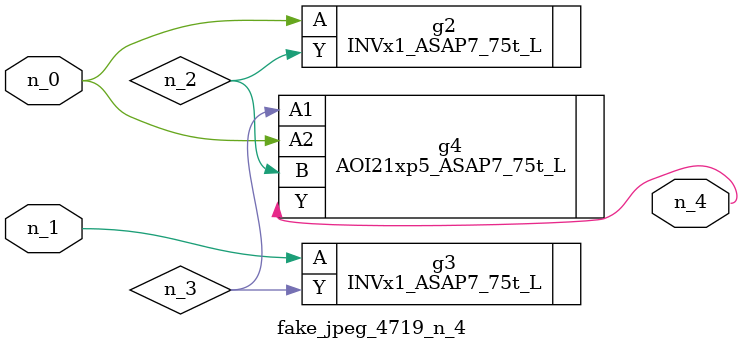
<source format=v>
module fake_jpeg_4719_n_4 (n_0, n_1, n_4);

input n_0;
input n_1;

output n_4;

wire n_3;
wire n_2;

INVx1_ASAP7_75t_L g2 ( 
.A(n_0),
.Y(n_2)
);

INVx1_ASAP7_75t_L g3 ( 
.A(n_1),
.Y(n_3)
);

AOI21xp5_ASAP7_75t_L g4 ( 
.A1(n_3),
.A2(n_0),
.B(n_2),
.Y(n_4)
);


endmodule
</source>
